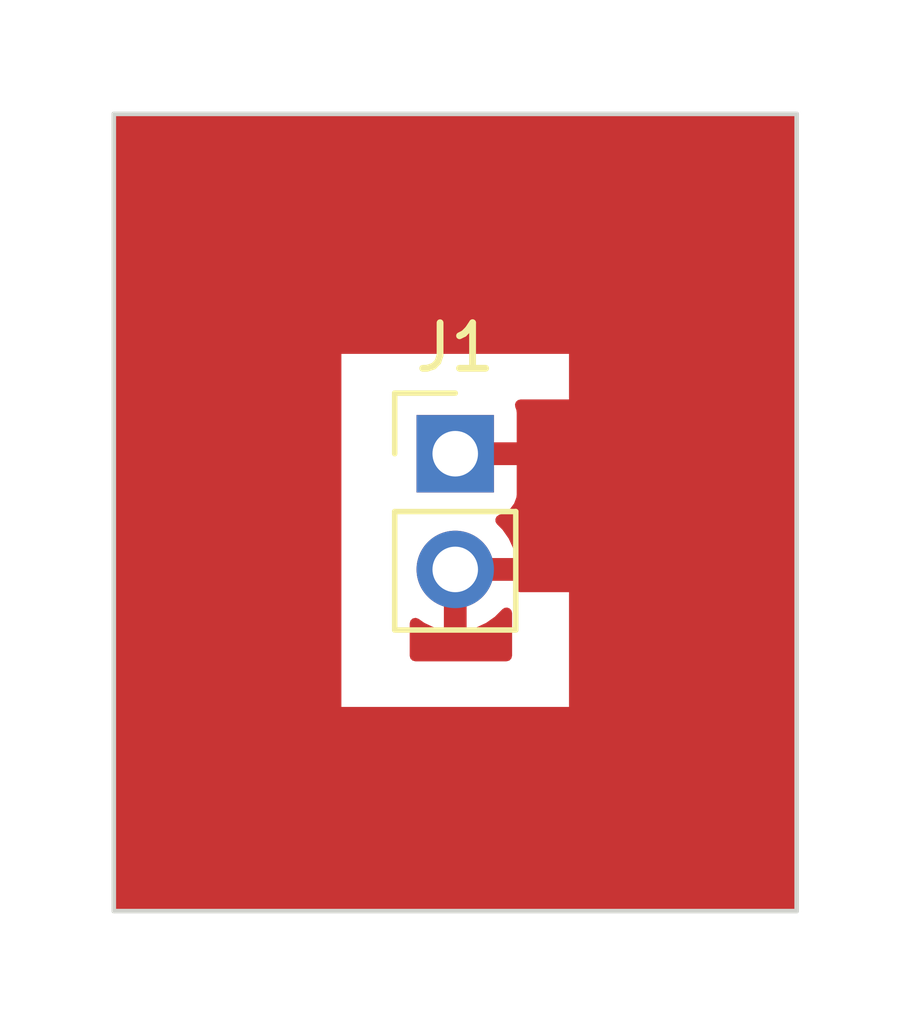
<source format=kicad_pcb>
(kicad_pcb (version 20221018) (generator pcbnew)
  (layers (0 "F.Cu" signal) (31 "B.Cu" signal) (34 "B.Paste" user) (35 "F.Paste" user) (36 "B.SilkS" user "B.Silkscreen") (37 "F.SilkS" user "F.Silkscreen") (38 "B.Mask" user) (39 "F.Mask" user) (44 "Edge.Cuts" user))
  (net 0 "")
  (net 1 "Net-(J1-Pin_1)")
  (footprint "Connector_PinHeader_2.54mm:PinHeader_1x02_P2.54mm_Vertical" (layer "F.Cu") (at 130 62.46)
    (fp_text reference "J1" (at 0 -2.33) (layer "F.SilkS"))
    (fp_text value "Conn_01x02")
    (fp_line (start -1.33 -1.33) (end 0 -1.33) (stroke (width 0.12)) (layer "F.SilkS"))
    (fp_line (start -1.33 0) (end -1.33 -1.33) (stroke (width 0.12)) (layer "F.SilkS"))
    (fp_line (start -1.33 1.27) (end -1.33 3.87) (stroke (width 0.12)) (layer "F.SilkS"))
    (fp_line (start -1.33 1.27) (end 1.33 1.27) (stroke (width 0.12)) (layer "F.SilkS"))
    (fp_line (start -1.33 3.87) (end 1.33 3.87) (stroke (width 0.12)) (layer "F.SilkS"))
    (fp_line (start 1.33 1.27) (end 1.33 3.87) (stroke (width 0.12)) (layer "F.SilkS"))
    (pad "1" thru_hole rect (at 0 0) (size 1.7 1.7) (drill 1) (layers "*.Cu" "*.Mask") (net 1 "Net-(J1-Pin_1)"))
    (pad "2" thru_hole oval (at 0 2.54) (size 1.7 1.7) (drill 1) (layers "*.Cu" "*.Mask") (net 1 "Net-(J1-Pin_1)"))
  )
  (gr_line (start 137.5 55) (end 122.5 55) (stroke (width 0.1)) (layer "Edge.Cuts"))
  (gr_line (start 122.5 55) (end 122.5 72.5) (stroke (width 0.1)) (layer "Edge.Cuts"))
  (gr_line (start 137.5 72.5) (end 137.5 55) (stroke (width 0.1)) (layer "Edge.Cuts"))
  (gr_line (start 122.5 72.5) (end 137.5 72.5) (stroke (width 0.1)) (layer "Edge.Cuts"))
  (zone (net 0) (net_name "") (layer "F.Cu") (connect_pads (clearance 0)) (min_thickness 0.25)
    (keepout (tracks allowed) (vias allowed) (pads allowed) (copperpour not_allowed) (footprints allowed))
    (fill (thermal_gap 0.5) (thermal_bridge_width 0.5))
    (polygon (pts (xy 127.499318 60.26828) (xy 132.499318 60.26828) (xy 132.499318 61.26828) (xy 128.999318 61.26828) (xy 128.999318 63.25) (xy 130.25 63.25) (xy 130.25 64.25) (xy 128.999318 64.25) (xy 128.999318 67.01828) (xy 131.249318 67.01828) (xy 131.249318 65.5) (xy 132.499318 65.5) (xy 132.499321 68.01828) (xy 127.499318 68.01828)))
  )
  (zone (net 1) (net_name "Net-(J1-Pin_1)") (layer "F.Cu") (connect_pads (clearance 0.5)) (min_thickness 0.25) (fill yes (thermal_gap 0.5) (thermal_bridge_width 0.5))
    (polygon (pts (xy 120 52.5) (xy 140 52.5) (xy 140 75) (xy 120 75)))
  )
)
</source>
